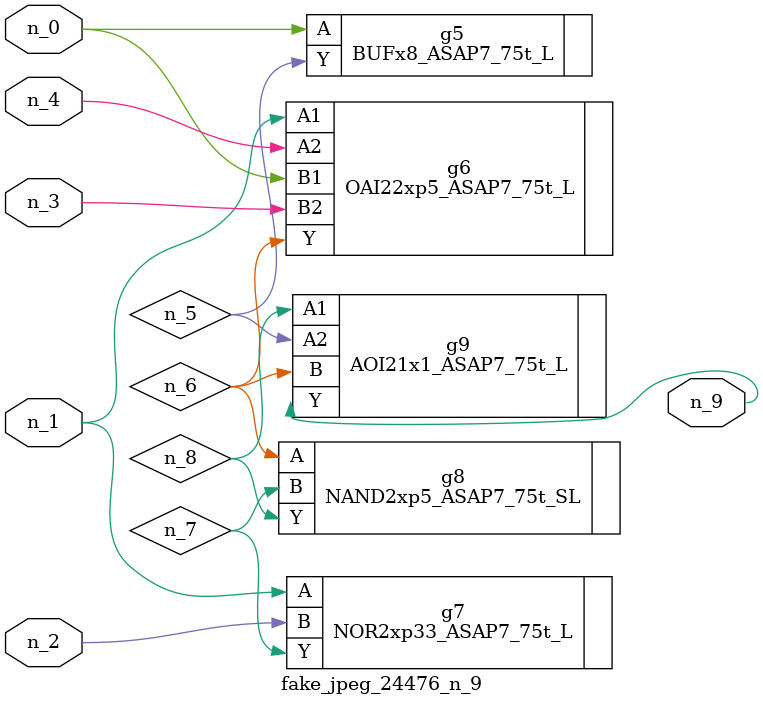
<source format=v>
module fake_jpeg_24476_n_9 (n_3, n_2, n_1, n_0, n_4, n_9);

input n_3;
input n_2;
input n_1;
input n_0;
input n_4;

output n_9;

wire n_8;
wire n_6;
wire n_5;
wire n_7;

BUFx8_ASAP7_75t_L g5 ( 
.A(n_0),
.Y(n_5)
);

OAI22xp5_ASAP7_75t_L g6 ( 
.A1(n_1),
.A2(n_4),
.B1(n_0),
.B2(n_3),
.Y(n_6)
);

NOR2xp33_ASAP7_75t_L g7 ( 
.A(n_1),
.B(n_2),
.Y(n_7)
);

NAND2xp5_ASAP7_75t_SL g8 ( 
.A(n_6),
.B(n_7),
.Y(n_8)
);

AOI21x1_ASAP7_75t_L g9 ( 
.A1(n_8),
.A2(n_5),
.B(n_6),
.Y(n_9)
);


endmodule
</source>
